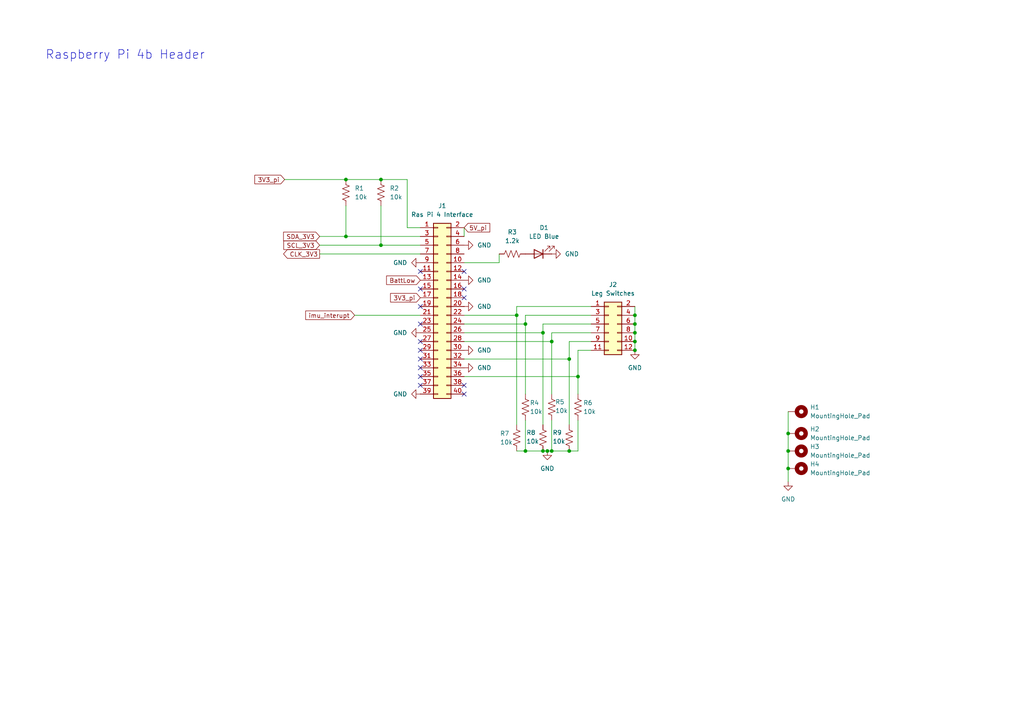
<source format=kicad_sch>
(kicad_sch (version 20231120) (generator "eeschema") (generator_version "8.0")
  (paper "A4")
  (lib_symbols
    (symbol "Connector_Generic:Conn_02x06_Odd_Even" (pin_names (offset 1.016) hide)
      (property "Reference" "J" (at 1.27 7.62 0))
      (property "Value" "Conn_02x06_Odd_Even" (at 1.27 -10.16 0))
      (symbol "Conn_02x06_Odd_Even_1_1"
        (rectangle (start -1.27 -7.493) (end 0 -7.747) (stroke (width 0.1524)))
        (rectangle (start -1.27 -4.953) (end 0 -5.207) (stroke (width 0.1524)))
        (rectangle (start -1.27 -2.413) (end 0 -2.667) (stroke (width 0.1524)))
        (rectangle (start -1.27 0.127) (end 0 -0.127) (stroke (width 0.1524)))
        (rectangle (start -1.27 2.667) (end 0 2.413) (stroke (width 0.1524)))
        (rectangle (start -1.27 5.207) (end 0 4.953) (stroke (width 0.1524)))
        (rectangle (start -1.27 6.35) (end 3.81 -8.89) (stroke (width 0.254)) (fill (type background)))
        (rectangle (start 3.81 -7.493) (end 2.54 -7.747) (stroke (width 0.1524)))
        (rectangle (start 3.81 -4.953) (end 2.54 -5.207) (stroke (width 0.1524)))
        (rectangle (start 3.81 -2.413) (end 2.54 -2.667) (stroke (width 0.1524)))
        (rectangle (start 3.81 0.127) (end 2.54 -0.127) (stroke (width 0.1524)))
        (rectangle (start 3.81 2.667) (end 2.54 2.413) (stroke (width 0.1524)))
        (rectangle (start 3.81 5.207) (end 2.54 4.953) (stroke (width 0.1524)))
        (pin passive line (at -5.08 5.08 0) (length 3.81) (name "Pin_1") (number "1"))
        (pin passive line (at 7.62 -5.08 180) (length 3.81) (name "Pin_10") (number "10"))
        (pin passive line (at -5.08 -7.62 0) (length 3.81) (name "Pin_11") (number "11"))
        (pin passive line (at 7.62 -7.62 180) (length 3.81) (name "Pin_12") (number "12"))
        (pin passive line (at 7.62 5.08 180) (length 3.81) (name "Pin_2") (number "2"))
        (pin passive line (at -5.08 2.54 0) (length 3.81) (name "Pin_3") (number "3"))
        (pin passive line (at 7.62 2.54 180) (length 3.81) (name "Pin_4") (number "4"))
        (pin passive line (at -5.08 0 0) (length 3.81) (name "Pin_5") (number "5"))
        (pin passive line (at 7.62 0 180) (length 3.81) (name "Pin_6") (number "6"))
        (pin passive line (at -5.08 -2.54 0) (length 3.81) (name "Pin_7") (number "7"))
        (pin passive line (at 7.62 -2.54 180) (length 3.81) (name "Pin_8") (number "8"))
        (pin passive line (at -5.08 -5.08 0) (length 3.81) (name "Pin_9") (number "9"))
      )
    )
    (symbol "Connector_Generic:Conn_02x20_Odd_Even" (pin_names (offset 1.016) hide)
      (property "Reference" "J" (at 1.27 25.4 0))
      (property "Value" "Conn_02x20_Odd_Even" (at 1.27 -27.94 0))
      (symbol "Conn_02x20_Odd_Even_1_1"
        (rectangle (start -1.27 -25.273) (end 0 -25.527) (stroke (width 0.1524)))
        (rectangle (start -1.27 -22.733) (end 0 -22.987) (stroke (width 0.1524)))
        (rectangle (start -1.27 -20.193) (end 0 -20.447) (stroke (width 0.1524)))
        (rectangle (start -1.27 -17.653) (end 0 -17.907) (stroke (width 0.1524)))
        (rectangle (start -1.27 -15.113) (end 0 -15.367) (stroke (width 0.1524)))
        (rectangle (start -1.27 -12.573) (end 0 -12.827) (stroke (width 0.1524)))
        (rectangle (start -1.27 -10.033) (end 0 -10.287) (stroke (width 0.1524)))
        (rectangle (start -1.27 -7.493) (end 0 -7.747) (stroke (width 0.1524)))
        (rectangle (start -1.27 -4.953) (end 0 -5.207) (stroke (width 0.1524)))
        (rectangle (start -1.27 -2.413) (end 0 -2.667) (stroke (width 0.1524)))
        (rectangle (start -1.27 0.127) (end 0 -0.127) (stroke (width 0.1524)))
        (rectangle (start -1.27 2.667) (end 0 2.413) (stroke (width 0.1524)))
        (rectangle (start -1.27 5.207) (end 0 4.953) (stroke (width 0.1524)))
        (rectangle (start -1.27 7.747) (end 0 7.493) (stroke (width 0.1524)))
        (rectangle (start -1.27 10.287) (end 0 10.033) (stroke (width 0.1524)))
        (rectangle (start -1.27 12.827) (end 0 12.573) (stroke (width 0.1524)))
        (rectangle (start -1.27 15.367) (end 0 15.113) (stroke (width 0.1524)))
        (rectangle (start -1.27 17.907) (end 0 17.653) (stroke (width 0.1524)))
        (rectangle (start -1.27 20.447) (end 0 20.193) (stroke (width 0.1524)))
        (rectangle (start -1.27 22.987) (end 0 22.733) (stroke (width 0.1524)))
        (rectangle (start -1.27 24.13) (end 3.81 -26.67) (stroke (width 0.254)) (fill (type background)))
        (rectangle (start 3.81 -25.273) (end 2.54 -25.527) (stroke (width 0.1524)))
        (rectangle (start 3.81 -22.733) (end 2.54 -22.987) (stroke (width 0.1524)))
        (rectangle (start 3.81 -20.193) (end 2.54 -20.447) (stroke (width 0.1524)))
        (rectangle (start 3.81 -17.653) (end 2.54 -17.907) (stroke (width 0.1524)))
        (rectangle (start 3.81 -15.113) (end 2.54 -15.367) (stroke (width 0.1524)))
        (rectangle (start 3.81 -12.573) (end 2.54 -12.827) (stroke (width 0.1524)))
        (rectangle (start 3.81 -10.033) (end 2.54 -10.287) (stroke (width 0.1524)))
        (rectangle (start 3.81 -7.493) (end 2.54 -7.747) (stroke (width 0.1524)))
        (rectangle (start 3.81 -4.953) (end 2.54 -5.207) (stroke (width 0.1524)))
        (rectangle (start 3.81 -2.413) (end 2.54 -2.667) (stroke (width 0.1524)))
        (rectangle (start 3.81 0.127) (end 2.54 -0.127) (stroke (width 0.1524)))
        (rectangle (start 3.81 2.667) (end 2.54 2.413) (stroke (width 0.1524)))
        (rectangle (start 3.81 5.207) (end 2.54 4.953) (stroke (width 0.1524)))
        (rectangle (start 3.81 7.747) (end 2.54 7.493) (stroke (width 0.1524)))
        (rectangle (start 3.81 10.287) (end 2.54 10.033) (stroke (width 0.1524)))
        (rectangle (start 3.81 12.827) (end 2.54 12.573) (stroke (width 0.1524)))
        (rectangle (start 3.81 15.367) (end 2.54 15.113) (stroke (width 0.1524)))
        (rectangle (start 3.81 17.907) (end 2.54 17.653) (stroke (width 0.1524)))
        (rectangle (start 3.81 20.447) (end 2.54 20.193) (stroke (width 0.1524)))
        (rectangle (start 3.81 22.987) (end 2.54 22.733) (stroke (width 0.1524)))
        (pin passive line (at -5.08 22.86 0) (length 3.81) (name "Pin_1") (number "1"))
        (pin passive line (at 7.62 12.7 180) (length 3.81) (name "Pin_10") (number "10"))
        (pin passive line (at -5.08 10.16 0) (length 3.81) (name "Pin_11") (number "11"))
        (pin passive line (at 7.62 10.16 180) (length 3.81) (name "Pin_12") (number "12"))
        (pin passive line (at -5.08 7.62 0) (length 3.81) (name "Pin_13") (number "13"))
        (pin passive line (at 7.62 7.62 180) (length 3.81) (name "Pin_14") (number "14"))
        (pin passive line (at -5.08 5.08 0) (length 3.81) (name "Pin_15") (number "15"))
        (pin passive line (at 7.62 5.08 180) (length 3.81) (name "Pin_16") (number "16"))
        (pin passive line (at -5.08 2.54 0) (length 3.81) (name "Pin_17") (number "17"))
        (pin passive line (at 7.62 2.54 180) (length 3.81) (name "Pin_18") (number "18"))
        (pin passive line (at -5.08 0 0) (length 3.81) (name "Pin_19") (number "19"))
        (pin passive line (at 7.62 22.86 180) (length 3.81) (name "Pin_2") (number "2"))
        (pin passive line (at 7.62 0 180) (length 3.81) (name "Pin_20") (number "20"))
        (pin passive line (at -5.08 -2.54 0) (length 3.81) (name "Pin_21") (number "21"))
        (pin passive line (at 7.62 -2.54 180) (length 3.81) (name "Pin_22") (number "22"))
        (pin passive line (at -5.08 -5.08 0) (length 3.81) (name "Pin_23") (number "23"))
        (pin passive line (at 7.62 -5.08 180) (length 3.81) (name "Pin_24") (number "24"))
        (pin passive line (at -5.08 -7.62 0) (length 3.81) (name "Pin_25") (number "25"))
        (pin passive line (at 7.62 -7.62 180) (length 3.81) (name "Pin_26") (number "26"))
        (pin passive line (at -5.08 -10.16 0) (length 3.81) (name "Pin_27") (number "27"))
        (pin passive line (at 7.62 -10.16 180) (length 3.81) (name "Pin_28") (number "28"))
        (pin passive line (at -5.08 -12.7 0) (length 3.81) (name "Pin_29") (number "29"))
        (pin passive line (at -5.08 20.32 0) (length 3.81) (name "Pin_3") (number "3"))
        (pin passive line (at 7.62 -12.7 180) (length 3.81) (name "Pin_30") (number "30"))
        (pin passive line (at -5.08 -15.24 0) (length 3.81) (name "Pin_31") (number "31"))
        (pin passive line (at 7.62 -15.24 180) (length 3.81) (name "Pin_32") (number "32"))
        (pin passive line (at -5.08 -17.78 0) (length 3.81) (name "Pin_33") (number "33"))
        (pin passive line (at 7.62 -17.78 180) (length 3.81) (name "Pin_34") (number "34"))
        (pin passive line (at -5.08 -20.32 0) (length 3.81) (name "Pin_35") (number "35"))
        (pin passive line (at 7.62 -20.32 180) (length 3.81) (name "Pin_36") (number "36"))
        (pin passive line (at -5.08 -22.86 0) (length 3.81) (name "Pin_37") (number "37"))
        (pin passive line (at 7.62 -22.86 180) (length 3.81) (name "Pin_38") (number "38"))
        (pin passive line (at -5.08 -25.4 0) (length 3.81) (name "Pin_39") (number "39"))
        (pin passive line (at 7.62 20.32 180) (length 3.81) (name "Pin_4") (number "4"))
        (pin passive line (at 7.62 -25.4 180) (length 3.81) (name "Pin_40") (number "40"))
        (pin passive line (at -5.08 17.78 0) (length 3.81) (name "Pin_5") (number "5"))
        (pin passive line (at 7.62 17.78 180) (length 3.81) (name "Pin_6") (number "6"))
        (pin passive line (at -5.08 15.24 0) (length 3.81) (name "Pin_7") (number "7"))
        (pin passive line (at 7.62 15.24 180) (length 3.81) (name "Pin_8") (number "8"))
        (pin passive line (at -5.08 12.7 0) (length 3.81) (name "Pin_9") (number "9"))
      )
    )
    (symbol "Device:LED" (pin_numbers hide) (pin_names (offset 1.016) hide)
      (property "Reference" "D" (at 0 2.54 0))
      (property "Value" "LED" (at 0 -2.54 0))
      (symbol "LED_0_1"
        (polyline (pts (xy -1.27 -1.27) (xy -1.27 1.27)) (stroke (width 0.254)))
        (polyline (pts (xy -1.27 0) (xy 1.27 0)))
        (polyline (pts (xy 1.27 -1.27) (xy 1.27 1.27) (xy -1.27 0) (xy 1.27 -1.27)) (stroke (width 0.254)))
        (polyline (pts (xy -3.048 -0.762) (xy -4.572 -2.286) (xy -3.81 -2.286) (xy -4.572 -2.286) (xy -4.572 -1.524)))
        (polyline (pts (xy -1.778 -0.762) (xy -3.302 -2.286) (xy -2.54 -2.286) (xy -3.302 -2.286) (xy -3.302 -1.524)))
      )
      (symbol "LED_1_1"
        (pin passive line (at -3.81 0 0) (length 2.54) (name "K") (number "1"))
        (pin passive line (at 3.81 0 180) (length 2.54) (name "A") (number "2"))
      )
    )
    (symbol "Device:R_US" (pin_numbers hide) (pin_names (offset 0))
      (property "Reference" "R" (at 2.54 0 90))
      (property "Value" "R_US" (at -2.54 0 90))
      (symbol "R_US_0_1"
        (polyline (pts (xy 0 -2.286) (xy 0 -2.54)))
        (polyline (pts (xy 0 2.286) (xy 0 2.54)))
        (polyline (pts (xy 0 -0.762) (xy 1.016 -1.143) (xy 0 -1.524) (xy -1.016 -1.905) (xy 0 -2.286)))
        (polyline (pts (xy 0 0.762) (xy 1.016 0.381) (xy 0 0) (xy -1.016 -0.381) (xy 0 -0.762)))
        (polyline (pts (xy 0 2.286) (xy 1.016 1.905) (xy 0 1.524) (xy -1.016 1.143) (xy 0 0.762)))
      )
      (symbol "R_US_1_1"
        (pin passive line (at 0 3.81 270) (length 1.27) (name "~") (number "1"))
        (pin passive line (at 0 -3.81 90) (length 1.27) (name "~") (number "2"))
      )
    )
    (symbol "GND_1" (power) (pin_numbers hide) (pin_names (offset 0) hide)
      (property "Value" "GND" (at 0 -3.81 0))
      (symbol "GND_1_0_1"
        (polyline (pts (xy 0 0) (xy 0 -1.27) (xy 1.27 -1.27) (xy 0 -2.54) (xy -1.27 -1.27) (xy 0 -1.27)))
      )
      (symbol "GND_1_1_1"
        (pin power_in line (at 0 0 270) (length 0) (name "~") (number "1"))
      )
    )
    (symbol "GND_2" (power) (pin_numbers hide) (pin_names (offset 0) hide)
      (property "Value" "GND" (at 0 -3.81 0))
      (symbol "GND_2_0_1"
        (polyline (pts (xy 0 0) (xy 0 -1.27) (xy 1.27 -1.27) (xy 0 -2.54) (xy -1.27 -1.27) (xy 0 -1.27)))
      )
      (symbol "GND_2_1_1"
        (pin power_in line (at 0 0 270) (length 0) (name "~") (number "1"))
      )
    )
    (symbol "GND_3" (power) (pin_numbers hide) (pin_names (offset 0) hide)
      (property "Value" "GND" (at 0 -3.81 0))
      (symbol "GND_3_0_1"
        (polyline (pts (xy 0 0) (xy 0 -1.27) (xy 1.27 -1.27) (xy 0 -2.54) (xy -1.27 -1.27) (xy 0 -1.27)))
      )
      (symbol "GND_3_1_1"
        (pin power_in line (at 0 0 270) (length 0) (name "~") (number "1"))
      )
    )
    (symbol "GND_4" (power) (pin_numbers hide) (pin_names (offset 0) hide)
      (property "Value" "GND" (at 0 -3.81 0))
      (symbol "GND_4_0_1"
        (polyline (pts (xy 0 0) (xy 0 -1.27) (xy 1.27 -1.27) (xy 0 -2.54) (xy -1.27 -1.27) (xy 0 -1.27)))
      )
      (symbol "GND_4_1_1"
        (pin power_in line (at 0 0 270) (length 0) (name "~") (number "1"))
      )
    )
    (symbol "GND_5" (power) (pin_numbers hide) (pin_names (offset 0) hide)
      (property "Value" "GND" (at 0 -3.81 0))
      (symbol "GND_5_0_1"
        (polyline (pts (xy 0 0) (xy 0 -1.27) (xy 1.27 -1.27) (xy 0 -2.54) (xy -1.27 -1.27) (xy 0 -1.27)))
      )
      (symbol "GND_5_1_1"
        (pin power_in line (at 0 0 270) (length 0) (name "~") (number "1"))
      )
    )
    (symbol "Mechanical:MountingHole_Pad" (pin_numbers hide) (pin_names (offset 1.016) hide) (exclude_from_sim yes) (in_bom no)
      (property "Reference" "H" (at 0 6.35 0))
      (property "Value" "MountingHole_Pad" (at 0 4.445 0))
      (symbol "MountingHole_Pad_0_1"
        (circle (center 0 1.27) (radius 1.27) (stroke (width 1.27)))
      )
      (symbol "MountingHole_Pad_1_1"
        (pin input line (at 0 -2.54 90) (length 2.54) (name "1") (number "1"))
      )
    )
    (symbol "power:GND" (power) (pin_names (offset 0))
      (property "Value" "GND" (at 0 -3.81 0))
      (symbol "GND_0_1"
        (polyline (pts (xy 0 0) (xy 0 -1.27) (xy 1.27 -1.27) (xy 0 -2.54) (xy -1.27 -1.27) (xy 0 -1.27)))
      )
      (symbol "GND_1_1"
        (pin power_in line (at 0 0 270) (length 0) hide (name "GND") (number "1"))
      )
    )
  )
  (junction (at 149.86 91.44))
  (junction (at 152.4 130.81))
  (junction (at 110.49 71.12))
  (junction (at 158.75 130.81))
  (junction (at 100.33 52.07))
  (junction (at 228.6 125.73))
  (junction (at 228.6 130.81))
  (junction (at 157.48 130.81))
  (junction (at 152.4 93.98))
  (junction (at 160.02 130.81))
  (junction (at 165.1 130.81))
  (junction (at 184.15 101.6))
  (junction (at 167.64 109.22))
  (junction (at 184.15 93.98))
  (junction (at 184.15 96.52))
  (junction (at 157.48 96.52))
  (junction (at 228.6 135.89))
  (junction (at 160.02 99.06))
  (junction (at 100.33 68.58))
  (junction (at 184.15 99.06))
  (junction (at 110.49 52.07))
  (junction (at 184.15 91.44))
  (junction (at 165.1 104.14))
  (no_connect (at 134.62 111.76))
  (no_connect (at 121.92 111.76))
  (no_connect (at 134.62 114.3))
  (no_connect (at 121.92 104.14))
  (no_connect (at 121.92 99.06))
  (no_connect (at 121.92 83.82))
  (no_connect (at 121.92 109.22))
  (no_connect (at 121.92 93.98))
  (no_connect (at 121.92 78.74))
  (no_connect (at 134.62 78.74))
  (no_connect (at 134.62 86.36))
  (no_connect (at 134.62 83.82))
  (no_connect (at 121.92 101.6))
  (no_connect (at 121.92 88.9))
  (no_connect (at 121.92 106.68))
  (wire (pts (xy 134.62 76.2) (xy 144.78 76.2)))
  (wire (pts (xy 149.86 91.44) (xy 134.62 91.44)))
  (wire (pts (xy 149.86 88.9) (xy 171.45 88.9)))
  (wire (pts (xy 118.11 66.04) (xy 121.92 66.04)))
  (wire (pts (xy 160.02 130.81) (xy 165.1 130.81)))
  (wire (pts (xy 144.78 76.2) (xy 144.78 73.66)))
  (wire (pts (xy 160.02 99.06) (xy 160.02 96.52)))
  (wire (pts (xy 92.71 68.58) (xy 100.33 68.58)))
  (wire (pts (xy 152.4 91.44) (xy 152.4 93.98)))
  (wire (pts (xy 149.86 88.9) (xy 149.86 91.44)))
  (wire (pts (xy 157.48 96.52) (xy 134.62 96.52)))
  (wire (pts (xy 100.33 68.58) (xy 121.92 68.58)))
  (wire (pts (xy 100.33 52.07) (xy 110.49 52.07)))
  (wire (pts (xy 152.4 121.92) (xy 152.4 130.81)))
  (wire (pts (xy 167.64 101.6) (xy 167.64 109.22)))
  (wire (pts (xy 110.49 71.12) (xy 121.92 71.12)))
  (wire (pts (xy 134.62 93.98) (xy 152.4 93.98)))
  (wire (pts (xy 92.71 73.66) (xy 121.92 73.66)))
  (wire (pts (xy 152.4 130.81) (xy 157.48 130.81)))
  (wire (pts (xy 160.02 96.52) (xy 171.45 96.52)))
  (wire (pts (xy 157.48 123.19) (xy 157.48 96.52)))
  (wire (pts (xy 118.11 52.07) (xy 118.11 66.04)))
  (wire (pts (xy 92.71 71.12) (xy 110.49 71.12)))
  (wire (pts (xy 167.64 101.6) (xy 171.45 101.6)))
  (wire (pts (xy 184.15 93.98) (xy 184.15 96.52)))
  (wire (pts (xy 158.75 130.81) (xy 160.02 130.81)))
  (wire (pts (xy 171.45 99.06) (xy 165.1 99.06)))
  (wire (pts (xy 149.86 130.81) (xy 152.4 130.81)))
  (wire (pts (xy 167.64 114.3) (xy 167.64 109.22)))
  (wire (pts (xy 100.33 59.69) (xy 100.33 68.58)))
  (wire (pts (xy 165.1 130.81) (xy 167.64 130.81)))
  (wire (pts (xy 160.02 121.92) (xy 160.02 130.81)))
  (wire (pts (xy 152.4 91.44) (xy 171.45 91.44)))
  (wire (pts (xy 184.15 88.9) (xy 184.15 91.44)))
  (wire (pts (xy 165.1 104.14) (xy 165.1 123.19)))
  (wire (pts (xy 134.62 66.04) (xy 134.62 68.58)))
  (wire (pts (xy 160.02 99.06) (xy 134.62 99.06)))
  (wire (pts (xy 228.6 130.81) (xy 228.6 135.89)))
  (wire (pts (xy 110.49 52.07) (xy 118.11 52.07)))
  (wire (pts (xy 228.6 119.38) (xy 228.6 125.73)))
  (wire (pts (xy 157.48 96.52) (xy 157.48 93.98)))
  (wire (pts (xy 110.49 59.69) (xy 110.49 71.12)))
  (wire (pts (xy 184.15 96.52) (xy 184.15 99.06)))
  (wire (pts (xy 82.55 52.07) (xy 100.33 52.07)))
  (wire (pts (xy 184.15 99.06) (xy 184.15 101.6)))
  (wire (pts (xy 184.15 91.44) (xy 184.15 93.98)))
  (wire (pts (xy 167.64 121.92) (xy 167.64 130.81)))
  (wire (pts (xy 149.86 91.44) (xy 149.86 123.19)))
  (wire (pts (xy 157.48 130.81) (xy 158.75 130.81)))
  (wire (pts (xy 152.4 93.98) (xy 152.4 114.3)))
  (wire (pts (xy 102.87 91.44) (xy 121.92 91.44)))
  (wire (pts (xy 228.6 135.89) (xy 228.6 139.7)))
  (wire (pts (xy 167.64 109.22) (xy 134.62 109.22)))
  (wire (pts (xy 157.48 93.98) (xy 171.45 93.98)))
  (wire (pts (xy 165.1 99.06) (xy 165.1 104.14)))
  (wire (pts (xy 228.6 125.73) (xy 228.6 130.81)))
  (wire (pts (xy 165.1 104.14) (xy 134.62 104.14)))
  (wire (pts (xy 160.02 114.3) (xy 160.02 99.06)))
  (text "Raspberry Pi 4b Header" (at 36.322 16.002 0) (effects (font (size 2.54 2.54))))
  (global_label "SDA_3V3" (shape input) (at 92.71 68.58 180) (property "Intersheetrefs" "${INTERSHEET_REFS}" (effects (hide yes))))
  (global_label "3V3_pi" (shape input) (at 82.55 52.07 180) (property "Intersheetrefs" "${INTERSHEET_REFS}" (effects (hide yes))))
  (global_label "3V3_pi" (shape input) (at 121.92 86.36 180) (property "Intersheetrefs" "${INTERSHEET_REFS}" (effects (hide yes))))
  (global_label "5V_pi" (shape input) (at 134.62 66.04 0) (property "Intersheetrefs" "${INTERSHEET_REFS}" (effects (hide yes))))
  (global_label "imu_interupt" (shape input) (at 102.87 91.44 180) (property "Intersheetrefs" "${INTERSHEET_REFS}" (effects (hide yes))))
  (global_label "CLK_3V3" (shape output) (at 92.71 73.66 180) (property "Intersheetrefs" "${INTERSHEET_REFS}" (effects (hide yes))))
  (global_label "BattLow" (shape input) (at 121.92 81.28 180) (property "Intersheetrefs" "${INTERSHEET_REFS}" (effects (hide yes))))
  (global_label "SCL_3V3" (shape input) (at 92.71 71.12 180) (property "Intersheetrefs" "${INTERSHEET_REFS}" (effects (hide yes))))
  (symbol (lib_id "power:GND") (at 134.62 71.12 90) (unit 1)
    (property "Reference" "#PWR01" (effects (hide yes)))
    (property "Value" "GND" (at 138.43 71.12 90) (effects (justify right)))
  )
  (symbol (lib_name "GND_4") (lib_id "power:GND") (at 121.92 114.3 270) (unit 1)
    (property "Reference" "#PWR010" (effects (hide yes)))
    (property "Value" "GND" (at 118.11 114.2999 90) (effects (justify right)))
    (property "Description" "Power symbol creates a global label with name \"GND\" , ground" (effects (hide yes)))
  )
  (symbol (lib_id "Connector_Generic:Conn_02x20_Odd_Even") (at 127 88.9 0) (unit 1)
    (property "Reference" "J1" (at 128.27 59.69 0))
    (property "Value" "Ras Pi 4 Interface" (at 128.27 62.23 0))
    (property "Footprint" "Connector_PinSocket_2.54mm:PinSocket_2x20_P2.54mm_Vertical" (effects (hide yes)))
    (property "Link" "https://www.digikey.com/en/products/detail/sparkfun-electronics/PRT-16764/12686344" (effects (hide yes)))
    (property "PART-NUMBER" "1568-PRT-16764-ND" (effects (hide yes)))
  )
  (symbol (lib_id "Mechanical:MountingHole_Pad") (at 231.14 119.38 270) (unit 1) (exclude_from_sim yes) (in_bom no)
    (property "Reference" "H1" (at 234.95 118.1099 90) (effects (justify left)))
    (property "Value" "MountingHole_Pad" (at 234.95 120.6499 90) (effects (justify left)))
    (property "Footprint" "MountingHole:MountingHole_3.2mm_M3_DIN965_Pad_TopBottom" (effects (hide yes)))
    (property "Description" "Mounting Hole with connection" (effects (hide yes)))
  )
  (symbol (lib_name "GND_4") (lib_id "power:GND") (at 121.92 76.2 270) (unit 1)
    (property "Reference" "#PWR03" (effects (hide yes)))
    (property "Value" "GND" (at 118.11 76.1999 90) (effects (justify right)))
    (property "Description" "Power symbol creates a global label with name \"GND\" , ground" (effects (hide yes)))
  )
  (symbol (lib_name "GND_2") (lib_id "power:GND") (at 134.62 106.68 90) (unit 1)
    (property "Reference" "#PWR09" (effects (hide yes)))
    (property "Value" "GND" (at 138.43 106.6799 90) (effects (justify right)))
    (property "Description" "Power symbol creates a global label with name \"GND\" , ground" (effects (hide yes)))
  )
  (symbol (lib_name "GND_2") (lib_id "power:GND") (at 121.92 96.52 270) (unit 1)
    (property "Reference" "#PWR06" (effects (hide yes)))
    (property "Value" "GND" (at 118.11 96.5199 90) (effects (justify right)))
    (property "Description" "Power symbol creates a global label with name \"GND\" , ground" (effects (hide yes)))
  )
  (symbol (lib_name "GND_4") (lib_id "power:GND") (at 134.62 81.28 90) (unit 1)
    (property "Reference" "#PWR04" (effects (hide yes)))
    (property "Value" "GND" (at 138.43 81.2799 90) (effects (justify right)))
    (property "Description" "Power symbol creates a global label with name \"GND\" , ground" (effects (hide yes)))
  )
  (symbol (lib_name "GND_5") (lib_id "power:GND") (at 184.15 101.6 0) (unit 1)
    (property "Reference" "#PWR08" (effects (hide yes)))
    (property "Value" "GND" (at 184.15 106.68 0))
    (property "Description" "Power symbol creates a global label with name \"GND\" , ground" (effects (hide yes)))
  )
  (symbol (lib_id "Device:R_US") (at 160.02 118.11 0) (unit 1)
    (property "Reference" "R5" (at 161.036 116.586 0) (effects (justify left)))
    (property "Value" "10k" (at 161.036 119.126 0) (effects (justify left)))
    (property "Footprint" "Resistor_SMD:R_0603_1608Metric_Pad0.98x0.95mm_HandSolder" (effects (hide yes)))
    (property "Description" "Resistor, US symbol" (effects (hide yes)))
    (property "PART-NUMBER" "CPF0603F10KC1" (effects (hide yes)))
  )
  (symbol (lib_name "GND_2") (lib_id "power:GND") (at 158.75 130.81 0) (unit 1)
    (property "Reference" "#PWR011" (effects (hide yes)))
    (property "Value" "GND" (at 158.75 135.89 0))
    (property "Description" "Power symbol creates a global label with name \"GND\" , ground" (effects (hide yes)))
  )
  (symbol (lib_id "Device:R_US") (at 152.4 118.11 0) (unit 1)
    (property "Reference" "R4" (at 153.67 116.84 0) (effects (justify left)))
    (property "Value" "10k" (at 153.67 119.38 0) (effects (justify left)))
    (property "Footprint" "Resistor_SMD:R_0603_1608Metric_Pad0.98x0.95mm_HandSolder" (effects (hide yes)))
    (property "Description" "Resistor, US symbol" (effects (hide yes)))
    (property "PART-NUMBER" "CPF0603F10KC1" (effects (hide yes)))
  )
  (symbol (lib_name "GND_1") (lib_id "power:GND") (at 160.02 73.66 90) (unit 1)
    (property "Reference" "#PWR02" (effects (hide yes)))
    (property "Value" "GND" (at 163.83 73.6599 90) (effects (justify right)))
    (property "Description" "Power symbol creates a global label with name \"GND\" , ground" (effects (hide yes)))
  )
  (symbol (lib_name "GND_4") (lib_id "power:GND") (at 134.62 88.9 90) (unit 1)
    (property "Reference" "#PWR05" (effects (hide yes)))
    (property "Value" "GND" (at 138.43 88.8999 90) (effects (justify right)))
    (property "Description" "Power symbol creates a global label with name \"GND\" , ground" (effects (hide yes)))
  )
  (symbol (lib_id "Mechanical:MountingHole_Pad") (at 231.14 130.81 270) (unit 1) (exclude_from_sim yes) (in_bom no)
    (property "Reference" "H3" (at 234.95 129.5399 90) (effects (justify left)))
    (property "Value" "MountingHole_Pad" (at 234.95 132.0799 90) (effects (justify left)))
    (property "Footprint" "MountingHole:MountingHole_3.2mm_M3_DIN965_Pad_TopBottom" (effects (hide yes)))
    (property "Description" "Mounting Hole with connection" (effects (hide yes)))
  )
  (symbol (lib_name "GND_2") (lib_id "power:GND") (at 134.62 101.6 90) (unit 1)
    (property "Reference" "#PWR07" (effects (hide yes)))
    (property "Value" "GND" (at 138.43 101.5999 90) (effects (justify right)))
    (property "Description" "Power symbol creates a global label with name \"GND\" , ground" (effects (hide yes)))
  )
  (symbol (lib_id "Device:R_US") (at 165.1 127 0) (unit 1)
    (property "Reference" "R9" (at 160.274 125.476 0) (effects (justify left)))
    (property "Value" "10k" (at 160.274 128.016 0) (effects (justify left)))
    (property "Footprint" "Resistor_SMD:R_0603_1608Metric_Pad0.98x0.95mm_HandSolder" (effects (hide yes)))
    (property "Description" "Resistor, US symbol" (effects (hide yes)))
    (property "PART-NUMBER" "CPF0603F10KC1" (effects (hide yes)))
  )
  (symbol (lib_id "Connector_Generic:Conn_02x06_Odd_Even") (at 176.53 93.98 0) (unit 1)
    (property "Reference" "J2" (at 177.8 82.55 0))
    (property "Value" "Leg Switches" (at 177.8 85.09 0))
    (property "Footprint" "Connector_PinSocket_2.54mm:PinSocket_2x06_P2.54mm_Vertical" (effects (hide yes)))
    (property "Description" "Generic connector, double row, 02x06, odd/even pin numbering scheme (row 1 odd numbers, row 2 even numbers), script generated (kicad-library-utils/schlib/autogen/connector/)" (effects (hide yes)))
  )
  (symbol (lib_id "Device:LED") (at 156.21 73.66 180) (unit 1)
    (property "Reference" "D1" (at 157.7975 66.04 0))
    (property "Value" "LED Blue" (at 157.7975 68.58 0))
    (property "Footprint" "LED_SMD:LED_0603_1608Metric_Pad1.05x0.95mm_HandSolder" (effects (hide yes)))
    (property "Description" "Light emitting diode" (effects (hide yes)))
    (property "Link" "https://www.digikey.com/en/products/detail/sunled/XZCFBB53W-8VF/10449774" (effects (hide yes)))
    (property "PART-NUMBER" "1497-XZCFBB53W-8VFCT-ND" (effects (hide yes)))
  )
  (symbol (lib_id "Mechanical:MountingHole_Pad") (at 231.14 135.89 270) (unit 1) (exclude_from_sim yes) (in_bom no)
    (property "Reference" "H4" (at 234.95 134.6199 90) (effects (justify left)))
    (property "Value" "MountingHole_Pad" (at 234.95 137.1599 90) (effects (justify left)))
    (property "Footprint" "MountingHole:MountingHole_3.2mm_M3_DIN965_Pad_TopBottom" (effects (hide yes)))
    (property "Description" "Mounting Hole with connection" (effects (hide yes)))
  )
  (symbol (lib_id "Device:R_US") (at 149.86 127 0) (unit 1)
    (property "Reference" "R7" (at 145.034 125.73 0) (effects (justify left)))
    (property "Value" "10k" (at 145.034 128.27 0) (effects (justify left)))
    (property "Footprint" "Resistor_SMD:R_0603_1608Metric_Pad0.98x0.95mm_HandSolder" (effects (hide yes)))
    (property "Description" "Resistor, US symbol" (effects (hide yes)))
    (property "PART-NUMBER" "CPF0603F10KC1" (effects (hide yes)))
  )
  (symbol (lib_id "Device:R_US") (at 100.33 55.88 0) (unit 1)
    (property "Reference" "R1" (at 102.87 54.6099 0) (effects (justify left)))
    (property "Value" "10k" (at 102.87 57.1499 0) (effects (justify left)))
    (property "Footprint" "Resistor_SMD:R_0603_1608Metric_Pad0.98x0.95mm_HandSolder" (effects (hide yes)))
    (property "Description" "Resistor, US symbol" (effects (hide yes)))
    (property "PART-NUMBER" "CPF0603F10KC1" (effects (hide yes)))
  )
  (symbol (lib_id "Device:R_US") (at 157.48 127 0) (unit 1)
    (property "Reference" "R8" (at 152.654 125.476 0) (effects (justify left)))
    (property "Value" "10k" (at 152.654 128.016 0) (effects (justify left)))
    (property "Footprint" "Resistor_SMD:R_0603_1608Metric_Pad0.98x0.95mm_HandSolder" (effects (hide yes)))
    (property "Description" "Resistor, US symbol" (effects (hide yes)))
    (property "PART-NUMBER" "CPF0603F10KC1" (effects (hide yes)))
  )
  (symbol (lib_id "Mechanical:MountingHole_Pad") (at 231.14 125.73 270) (unit 1) (exclude_from_sim yes) (in_bom no)
    (property "Reference" "H2" (at 234.95 124.4599 90) (effects (justify left)))
    (property "Value" "MountingHole_Pad" (at 234.95 126.9999 90) (effects (justify left)))
    (property "Footprint" "MountingHole:MountingHole_3.2mm_M3_DIN965_Pad_TopBottom" (effects (hide yes)))
    (property "Description" "Mounting Hole with connection" (effects (hide yes)))
  )
  (symbol (lib_id "Device:R_US") (at 167.64 118.11 0) (unit 1)
    (property "Reference" "R6" (at 169.164 116.84 0) (effects (justify left)))
    (property "Value" "10k" (at 169.164 119.38 0) (effects (justify left)))
    (property "Footprint" "Resistor_SMD:R_0603_1608Metric_Pad0.98x0.95mm_HandSolder" (effects (hide yes)))
    (property "Description" "Resistor, US symbol" (effects (hide yes)))
    (property "PART-NUMBER" "CPF0603F10KC1" (effects (hide yes)))
  )
  (symbol (lib_id "Device:R_US") (at 148.59 73.66 270) (unit 1)
    (property "Reference" "R3" (at 148.59 67.31 90))
    (property "Value" "1.2k" (at 148.59 69.85 90))
    (property "Footprint" "Resistor_SMD:R_0603_1608Metric_Pad0.98x0.95mm_HandSolder" (effects (hide yes)))
    (property "Description" "Resistor, US symbol" (effects (hide yes)))
    (property "PART-NUMBER" "P1.2KDBCT-ND" (effects (hide yes)))
  )
  (symbol (lib_id "Device:R_US") (at 110.49 55.88 0) (unit 1)
    (property "Reference" "R2" (at 113.03 54.6099 0) (effects (justify left)))
    (property "Value" "10k" (at 113.03 57.1499 0) (effects (justify left)))
    (property "Footprint" "Resistor_SMD:R_0603_1608Metric_Pad0.98x0.95mm_HandSolder" (effects (hide yes)))
    (property "Description" "Resistor, US symbol" (effects (hide yes)))
    (property "PART-NUMBER" "CPF0603F10KC1" (effects (hide yes)))
  )
  (symbol (lib_name "GND_3") (lib_id "power:GND") (at 228.6 139.7 0) (unit 1)
    (property "Reference" "#PWR012" (effects (hide yes)))
    (property "Value" "GND" (at 228.6 144.78 0))
    (property "Description" "Power symbol creates a global label with name \"GND\" , ground" (effects (hide yes)))
  )
  (sheet (at 341.63 0) (size 238.76 199.39) (stroke (width 0.1524))
    (property "Sheetname" "power_monitor" (at 341.63 -0.7116 0) (effects (justify left bottom)))
    (property "Sheetfile" "spower_monitor.kicad_sch" (at 341.63 199.9746 0) (effects (justify left top)))
  )
  (sheet (at 1.27 421.64) (size 288.29 163.83) (stroke (width 0.1524))
    (property "Sheetname" "power_converters" (at 1.27 420.9284 0) (effects (justify left bottom)))
    (property "Sheetfile" "power_converters.kicad_sch" (at 1.27 586.0546 0) (effects (justify left top)))
  )
  (sheet (at -1.27 224.79) (size 299.72 166.37) (stroke (width 0.1524))
    (property "Sheetname" "servo_control" (at -1.27 224.0784 0) (effects (justify left bottom)))
    (property "Sheetfile" "servo_control.kicad_sch" (at -1.27 391.7446 0) (effects (justify left top)))
  )
  (sheet (at 339.09 226.06) (size 242.57 173.99) (stroke (width 0.1524))
    (property "Sheetname" "imu" (at 339.09 225.3484 0) (effects (justify left bottom)))
    (property "Sheetfile" "imu.kicad_sch" (at 339.09 400.6346 0) (effects (justify left top)))
  )
)
</source>
